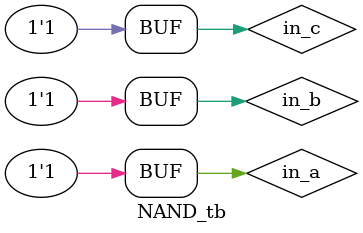
<source format=v>
`timescale 1ns/1ns

module NAND (
    input in_a, in_b, in_c,
    output out 
);
    nand(out, in_a, in_b, in_c);    

endmodule

module NAND_tb;
    reg in_a = 1'b0;
    reg in_b = 1'b0;
    reg in_c = 1'b0;
    wire out;

    NAND h1 (
        .in_a(in_a),
        .in_b(in_b),
        .in_c(in_c),
        .out(out)
    );


    initial
    begin
        $dumpfile("nand.vcd");
        $dumpvars(0, NAND_tb);
    end

    initial
    begin
        in_a = 1'b0;
        in_b = 1'b0;
        in_c = 1'b0;
        #10;
        in_a = 1'b0;
        in_b = 1'b0;
        in_c = 1'b1;
        #10;
        in_a = 1'b0;
        in_b = 1'b1;
        in_c = 1'b0;
        #10;
        in_a = 1'b0;
        in_b = 1'b1;
        in_c = 1'b1;
        #10;
        in_a = 1'b1;
        in_b = 1'b0;
        in_c = 1'b0;
        #10;
        in_a = 1'b1;
        in_b = 1'b0;
        in_c = 1'b1;
        #10;
        in_a = 1'b1;
        in_b = 1'b1;
        in_c = 1'b0;
        #10;
        in_a = 1'b1;
        in_b = 1'b1;
        in_c = 1'b1;
        #10;
    end
    
    initial
    begin
        $monitor("A = %d\tB = %d\tC = %d\tNand = %d\t", in_a, in_b, in_c, out);
    end
endmodule

</source>
